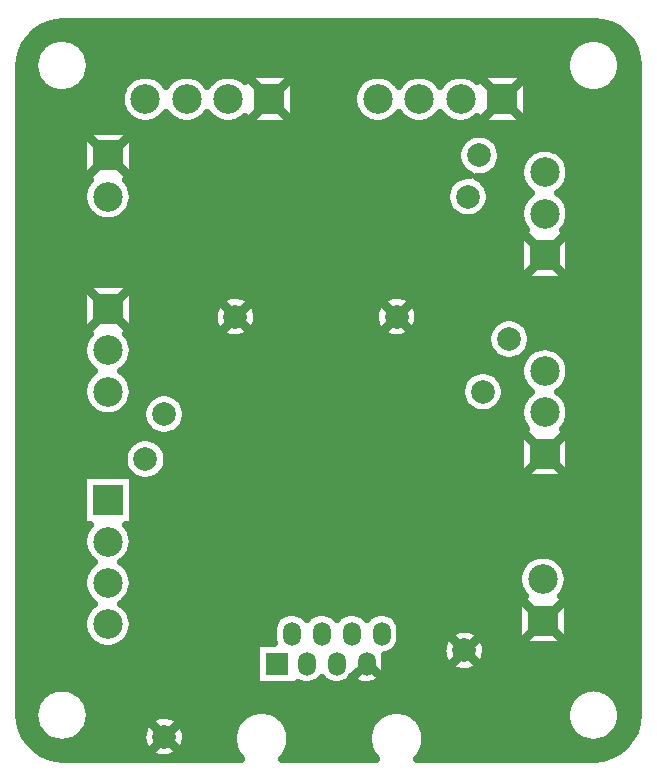
<source format=gbl>
G04 DipTrace 3.3.1.1*
G04 Adapterboard.gbl*
%MOIN*%
G04 #@! TF.FileFunction,Copper,L2,Bot*
G04 #@! TF.Part,Single*
G04 #@! TA.AperFunction,CopperBalancing*
%ADD16C,0.025*%
%ADD20C,0.03*%
G04 #@! TA.AperFunction,ComponentPad*
%ADD23O,0.059055X0.07874*%
%ADD24R,0.074X0.074*%
%ADD25C,0.098425*%
%ADD26R,0.098425X0.098425*%
%ADD31C,0.07874*%
G04 #@! TA.AperFunction,ViaPad*
%ADD35C,0.04*%
%FSLAX26Y26*%
G04*
G70*
G90*
G75*
G01*
G04 Bottom*
%LPD*%
D35*
X687500Y1150000D3*
X1062500Y1050000D3*
X687500Y925000D3*
X600000Y1037500D3*
X1300000Y1050000D3*
X122560Y2482261D2*
D16*
X2049851D1*
X93781Y2457392D2*
X2077303D1*
X76161Y2432524D2*
X134641D1*
X259063D2*
X1906315D1*
X2030701D2*
X2094850D1*
X65360Y2407655D2*
X114079D1*
X279625D2*
X1885717D1*
X2051263D2*
X2105867D1*
X59511Y2382786D2*
X104426D1*
X289278D2*
X1876100D1*
X2060916D2*
X2111859D1*
X57538Y2357917D2*
X102201D1*
X291502D2*
X1873875D1*
X2063141D2*
X2114120D1*
X57538Y2333049D2*
X106830D1*
X286873D2*
X1878504D1*
X2058512D2*
X2114120D1*
X57538Y2308180D2*
X119569D1*
X274134D2*
X414142D1*
X535838D2*
X551938D1*
X673633D2*
X689733D1*
X973302D2*
X1189133D1*
X1310865D2*
X1326929D1*
X1448660D2*
X1464724D1*
X1748293D2*
X1891243D1*
X2045773D2*
X2114120D1*
X57538Y2283311D2*
X146554D1*
X247150D2*
X397133D1*
X973302D2*
X1172124D1*
X1748293D2*
X1918192D1*
X2018788D2*
X2114120D1*
X57538Y2258442D2*
X390531D1*
X973302D2*
X1165521D1*
X1748293D2*
X2114120D1*
X57538Y2233574D2*
X391751D1*
X973302D2*
X1166742D1*
X1748293D2*
X2114120D1*
X57538Y2208705D2*
X401188D1*
X973302D2*
X1176179D1*
X1748293D2*
X2114120D1*
X57538Y2183836D2*
X423365D1*
X526616D2*
X561160D1*
X664411D2*
X698955D1*
X973302D2*
X1198391D1*
X1301606D2*
X1336187D1*
X1439402D2*
X1473982D1*
X1748293D2*
X2114120D1*
X57538Y2158967D2*
X2114120D1*
X57538Y2134099D2*
X265115D1*
X434896D2*
X1573238D1*
X1601778D2*
X2114120D1*
X57538Y2109230D2*
X265115D1*
X434896D2*
X1529495D1*
X1645520D2*
X2114120D1*
X57538Y2084361D2*
X265115D1*
X434896D2*
X1515823D1*
X1659192D2*
X1777957D1*
X1834164D2*
X2114120D1*
X57538Y2059492D2*
X265115D1*
X434896D2*
X1512486D1*
X1662494D2*
X1740853D1*
X1871268D2*
X2114120D1*
X57538Y2034623D2*
X265115D1*
X434896D2*
X1518012D1*
X1657003D2*
X1726284D1*
X1885837D2*
X2114120D1*
X57538Y2009755D2*
X265115D1*
X434896D2*
X1535164D1*
X1639815D2*
X1721224D1*
X1890896D2*
X2114120D1*
X57538Y1984886D2*
X265115D1*
X434896D2*
X1506529D1*
X1593488D2*
X1723915D1*
X1888205D2*
X2114120D1*
X57538Y1960017D2*
X272902D1*
X427109D2*
X1483958D1*
X1616060D2*
X1735219D1*
X1876902D2*
X2114120D1*
X57538Y1935148D2*
X265725D1*
X434286D2*
X1475668D1*
X1624349D2*
X1755457D1*
X1856663D2*
X2114120D1*
X57538Y1910280D2*
X266407D1*
X433568D2*
X1476458D1*
X1623559D2*
X1732671D1*
X1879449D2*
X2114120D1*
X57538Y1885411D2*
X275235D1*
X424776D2*
X1486685D1*
X1613296D2*
X1722982D1*
X1889138D2*
X2114120D1*
X57538Y1860542D2*
X296155D1*
X403820D2*
X1514172D1*
X1585809D2*
X1721511D1*
X1890609D2*
X2114120D1*
X57538Y1835673D2*
X1727863D1*
X1884258D2*
X2114120D1*
X57538Y1810805D2*
X1721152D1*
X1890968D2*
X2114120D1*
X57538Y1785936D2*
X1721152D1*
X1890968D2*
X2114120D1*
X57538Y1761067D2*
X1721152D1*
X1890968D2*
X2114120D1*
X57538Y1736198D2*
X1721152D1*
X1890968D2*
X2114120D1*
X57538Y1711329D2*
X1721152D1*
X1890968D2*
X2114120D1*
X57538Y1686461D2*
X1721152D1*
X1890968D2*
X2114120D1*
X57538Y1661592D2*
X1721152D1*
X1890968D2*
X2114120D1*
X57538Y1636723D2*
X2114120D1*
X57538Y1611854D2*
X265115D1*
X434896D2*
X2114120D1*
X57538Y1586986D2*
X265115D1*
X434896D2*
X734768D1*
X815232D2*
X1272277D1*
X1352705D2*
X2114120D1*
X57538Y1562117D2*
X265115D1*
X434896D2*
X710151D1*
X839849D2*
X1247660D1*
X1377358D2*
X2114120D1*
X57538Y1537248D2*
X265115D1*
X434896D2*
X700965D1*
X849035D2*
X1238474D1*
X1386508D2*
X2114120D1*
X57538Y1512379D2*
X265115D1*
X434896D2*
X701037D1*
X848963D2*
X1238546D1*
X1386437D2*
X1647948D1*
X1727049D2*
X2114120D1*
X57538Y1487511D2*
X265115D1*
X434896D2*
X710366D1*
X839633D2*
X1247876D1*
X1377143D2*
X1622901D1*
X1752096D2*
X2114120D1*
X57538Y1462642D2*
X281873D1*
X418102D2*
X735414D1*
X814586D2*
X1272887D1*
X1352095D2*
X1613536D1*
X1761462D2*
X2114120D1*
X57538Y1437773D2*
X268991D1*
X431020D2*
X1613464D1*
X1761534D2*
X2114120D1*
X57538Y1412904D2*
X265080D1*
X434896D2*
X1622650D1*
X1853146D2*
X2114120D1*
X57538Y1388036D2*
X268919D1*
X431092D2*
X1647231D1*
X1877978D2*
X2114120D1*
X57538Y1363167D2*
X281730D1*
X418281D2*
X1723521D1*
X1888600D2*
X2114120D1*
X57538Y1338298D2*
X294756D1*
X405255D2*
X1562042D1*
X1637985D2*
X1721332D1*
X1890789D2*
X2114120D1*
X57538Y1313429D2*
X274625D1*
X425386D2*
X1535954D1*
X1664037D2*
X1726894D1*
X1885227D2*
X2114120D1*
X57538Y1288560D2*
X266228D1*
X433783D2*
X1526229D1*
X1673797D2*
X1742252D1*
X1869868D2*
X2114120D1*
X57538Y1263692D2*
X265869D1*
X434106D2*
X500229D1*
X574772D2*
X1525835D1*
X1674156D2*
X1744908D1*
X1867213D2*
X2114120D1*
X57538Y1238823D2*
X273476D1*
X426535D2*
X473710D1*
X601291D2*
X1534590D1*
X1665400D2*
X1728042D1*
X1884078D2*
X2114120D1*
X57538Y1213954D2*
X292136D1*
X407839D2*
X463806D1*
X611195D2*
X1558274D1*
X1641717D2*
X1721547D1*
X1890574D2*
X2114120D1*
X57538Y1189085D2*
X463268D1*
X611733D2*
X1722875D1*
X1889246D2*
X2114120D1*
X57538Y1164217D2*
X471880D1*
X603121D2*
X1732420D1*
X1879701D2*
X2114120D1*
X57538Y1139348D2*
X495169D1*
X579832D2*
X1721152D1*
X1890968D2*
X2114120D1*
X57538Y1114479D2*
X439226D1*
X510791D2*
X1721152D1*
X1890968D2*
X2114120D1*
X57538Y1089610D2*
X411702D1*
X538278D2*
X1721152D1*
X1890968D2*
X2114120D1*
X57538Y1064742D2*
X401439D1*
X548541D2*
X1721152D1*
X1890968D2*
X2114120D1*
X57538Y1039873D2*
X400650D1*
X549366D2*
X1721152D1*
X1890968D2*
X2114120D1*
X57538Y1015004D2*
X408939D1*
X541077D2*
X1721152D1*
X1890968D2*
X2114120D1*
X57538Y990135D2*
X265115D1*
X518506D2*
X1721152D1*
X1890968D2*
X2114120D1*
X57538Y965267D2*
X265115D1*
X434896D2*
X2114120D1*
X57538Y940398D2*
X265115D1*
X434896D2*
X2114120D1*
X57538Y915529D2*
X265115D1*
X434896D2*
X2114120D1*
X57538Y890660D2*
X265115D1*
X434896D2*
X2114120D1*
X57538Y865791D2*
X265115D1*
X434896D2*
X2114120D1*
X57538Y840923D2*
X265115D1*
X434896D2*
X2114120D1*
X57538Y816054D2*
X275701D1*
X424274D2*
X2114120D1*
X57538Y791185D2*
X266587D1*
X433424D2*
X2114120D1*
X57538Y766316D2*
X265618D1*
X434393D2*
X2114120D1*
X57538Y741448D2*
X272508D1*
X427503D2*
X2114120D1*
X57538Y716579D2*
X289983D1*
X410028D2*
X1748962D1*
X1851065D2*
X2114120D1*
X57538Y691710D2*
X285175D1*
X414800D2*
X1726427D1*
X1873564D2*
X2114120D1*
X57538Y666841D2*
X270390D1*
X429621D2*
X1716846D1*
X1883146D2*
X2114120D1*
X57538Y641973D2*
X265187D1*
X434788D2*
X1715482D1*
X1884509D2*
X2114120D1*
X57538Y617104D2*
X267735D1*
X432276D2*
X1721942D1*
X1878050D2*
X2114120D1*
X57538Y592235D2*
X278823D1*
X421152D2*
X1715088D1*
X1884904D2*
X2114120D1*
X57538Y567366D2*
X300031D1*
X399944D2*
X1715088D1*
X1884904D2*
X2114120D1*
X57538Y542497D2*
X276885D1*
X423090D2*
X1715088D1*
X1884904D2*
X2114120D1*
X57538Y517629D2*
X267017D1*
X432994D2*
X910815D1*
X1313915D2*
X1715088D1*
X1884904D2*
X2114120D1*
X57538Y492760D2*
X265403D1*
X434573D2*
X898794D1*
X1325936D2*
X1715088D1*
X1884904D2*
X2114120D1*
X57538Y467891D2*
X271610D1*
X428401D2*
X897144D1*
X1327587D2*
X1488120D1*
X1586886D2*
X1715088D1*
X1884904D2*
X2114120D1*
X57538Y443022D2*
X287974D1*
X412037D2*
X899189D1*
X1325541D2*
X1469173D1*
X1605833D2*
X1715088D1*
X1884904D2*
X2114120D1*
X57538Y418154D2*
X337924D1*
X362051D2*
X839693D1*
X1312587D2*
X1462678D1*
X1612328D2*
X2114120D1*
X57538Y393285D2*
X839693D1*
X1275842D2*
X1465047D1*
X1609959D2*
X2114120D1*
X57538Y368416D2*
X839693D1*
X1277600D2*
X1477355D1*
X1597651D2*
X2114120D1*
X57538Y343547D2*
X839693D1*
X1275698D2*
X1512414D1*
X1562592D2*
X2114120D1*
X57538Y318679D2*
X839693D1*
X1263031D2*
X2114120D1*
X57538Y293810D2*
X2114120D1*
X57538Y268941D2*
X136794D1*
X256910D2*
X1908468D1*
X2028548D2*
X2114120D1*
X57538Y244072D2*
X115120D1*
X278584D2*
X1886758D1*
X2050258D2*
X2114120D1*
X57538Y219204D2*
X104857D1*
X288847D2*
X1876495D1*
X2060485D2*
X2114120D1*
X57932Y194335D2*
X102129D1*
X291574D2*
X513613D1*
X561387D2*
X800436D1*
X924284D2*
X1250459D1*
X1374272D2*
X1873804D1*
X2063212D2*
X2113653D1*
X60516Y169466D2*
X106256D1*
X287448D2*
X477657D1*
X597343D2*
X778188D1*
X946568D2*
X1228175D1*
X1396556D2*
X1877930D1*
X2059086D2*
X2111177D1*
X67693Y144597D2*
X118349D1*
X275355D2*
X465134D1*
X609867D2*
X767243D1*
X957513D2*
X1217231D1*
X1407501D2*
X1889987D1*
X2047029D2*
X2103821D1*
X80396Y119728D2*
X143755D1*
X249949D2*
X462622D1*
X612379D2*
X763690D1*
X961030D2*
X1213678D1*
X1411053D2*
X1915393D1*
X2021623D2*
X2091262D1*
X100455Y94860D2*
X469009D1*
X605991D2*
X766705D1*
X958051D2*
X1216692D1*
X1408039D2*
X2071812D1*
X133146Y69991D2*
X487669D1*
X587332D2*
X776932D1*
X947788D2*
X1226919D1*
X1397812D2*
X2037471D1*
X1212402Y516390D2*
X1218019Y522891D1*
X1225503Y529283D1*
X1233894Y534425D1*
X1242987Y538191D1*
X1252556Y540489D1*
X1262367Y541261D1*
X1272179Y540489D1*
X1281748Y538191D1*
X1290841Y534425D1*
X1299232Y529283D1*
X1306715Y522891D1*
X1313107Y515408D1*
X1318249Y507016D1*
X1322015Y497924D1*
X1324313Y488354D1*
X1325085Y478543D1*
X1324892Y453938D1*
X1323352Y444217D1*
X1320311Y434857D1*
X1315843Y426088D1*
X1310058Y418126D1*
X1303099Y411167D1*
X1295137Y405383D1*
X1286368Y400915D1*
X1277009Y397874D1*
X1272311Y396939D1*
X1273957Y390386D1*
X1274919Y383104D1*
X1275085Y369357D1*
X1274843Y353354D1*
X1273771Y346087D1*
X1271857Y338996D1*
X1269127Y332178D1*
X1265618Y325725D1*
X1261380Y319726D1*
X1256469Y314265D1*
X1250953Y309415D1*
X1244908Y305243D1*
X1238417Y301806D1*
X1231568Y299152D1*
X1224456Y297317D1*
X1217178Y296326D1*
X1209835Y296192D1*
X1202526Y296918D1*
X1195352Y298493D1*
X1188411Y300896D1*
X1181799Y304094D1*
X1175606Y308044D1*
X1169918Y312690D1*
X1164811Y317969D1*
X1162366Y321003D1*
X1156715Y314510D1*
X1149232Y308119D1*
X1140841Y302977D1*
X1131748Y299210D1*
X1122179Y296913D1*
X1112367Y296141D1*
X1102556Y296913D1*
X1092987Y299210D1*
X1083894Y302977D1*
X1075503Y308119D1*
X1068019Y314510D1*
X1062402Y321012D1*
X1056715Y314510D1*
X1049232Y308119D1*
X1040841Y302977D1*
X1031748Y299210D1*
X1022179Y296913D1*
X1012367Y296141D1*
X1002556Y296913D1*
X992987Y299210D1*
X983894Y302977D1*
X982568Y303719D1*
X982558Y298511D1*
X842178D1*
Y438891D1*
X902930D1*
X901383Y444217D1*
X899843Y453938D1*
X899650Y478543D1*
X900422Y488354D1*
X902720Y497924D1*
X906486Y507016D1*
X911628Y515408D1*
X918019Y522891D1*
X925503Y529283D1*
X933894Y534425D1*
X942987Y538191D1*
X952556Y540489D1*
X962367Y541261D1*
X972179Y540489D1*
X981748Y538191D1*
X990841Y534425D1*
X999232Y529283D1*
X1006715Y522891D1*
X1012333Y516390D1*
X1018019Y522891D1*
X1025503Y529283D1*
X1033894Y534425D1*
X1042987Y538191D1*
X1052556Y540489D1*
X1062367Y541261D1*
X1072179Y540489D1*
X1081748Y538191D1*
X1090841Y534425D1*
X1099232Y529283D1*
X1106715Y522891D1*
X1112333Y516390D1*
X1118019Y522891D1*
X1125503Y529283D1*
X1133894Y534425D1*
X1142987Y538191D1*
X1152556Y540489D1*
X1162367Y541261D1*
X1172179Y540489D1*
X1181748Y538191D1*
X1190841Y534425D1*
X1199232Y529283D1*
X1206715Y522891D1*
X1212333Y516390D1*
X958253Y111154D2*
X957365Y103655D1*
X955892Y96248D1*
X953842Y88979D1*
X951228Y81893D1*
X948066Y75035D1*
X944376Y68446D1*
X940180Y62166D1*
X935505Y56235D1*
X931400Y51795D1*
X1243257Y51815D1*
X1239230Y56235D1*
X1234554Y62166D1*
X1230359Y68446D1*
X1226669Y75035D1*
X1223507Y81893D1*
X1220893Y88979D1*
X1218843Y96248D1*
X1217369Y103655D1*
X1216482Y111154D1*
X1216185Y118701D1*
X1216482Y126247D1*
X1217369Y133747D1*
X1218843Y141154D1*
X1220893Y148423D1*
X1223507Y155508D1*
X1226669Y162367D1*
X1230359Y168956D1*
X1234554Y175235D1*
X1239230Y181166D1*
X1244356Y186712D1*
X1249902Y191838D1*
X1255833Y196514D1*
X1262112Y200710D1*
X1268702Y204400D1*
X1275560Y207561D1*
X1282646Y210175D1*
X1289914Y212225D1*
X1297321Y213699D1*
X1304821Y214586D1*
X1312367Y214883D1*
X1319914Y214586D1*
X1327414Y213699D1*
X1334821Y212225D1*
X1342089Y210175D1*
X1349175Y207561D1*
X1356033Y204400D1*
X1362622Y200710D1*
X1368902Y196514D1*
X1374833Y191838D1*
X1380378Y186712D1*
X1385505Y181166D1*
X1390180Y175235D1*
X1394376Y168956D1*
X1398066Y162367D1*
X1401228Y155508D1*
X1403842Y148423D1*
X1405892Y141154D1*
X1407365Y133747D1*
X1408253Y126247D1*
X1408550Y118701D1*
X1408253Y111154D1*
X1407365Y103655D1*
X1405892Y96248D1*
X1403842Y88979D1*
X1401228Y81893D1*
X1398066Y75035D1*
X1394376Y68446D1*
X1390180Y62166D1*
X1385505Y56235D1*
X1381400Y51795D1*
X1969109Y51815D1*
X1999876Y54846D1*
X2027029Y63080D1*
X2052052Y76453D1*
X2073985Y94450D1*
X2091986Y116380D1*
X2105362Y141401D1*
X2113600Y168550D1*
X2116633Y199325D1*
X2116634Y2359595D1*
X2113603Y2390373D1*
X2105369Y2417526D1*
X2091997Y2442548D1*
X2073999Y2464481D1*
X2052069Y2482481D1*
X2027049Y2495856D1*
X1999899Y2504094D1*
X1969125Y2507127D1*
X202263Y2507130D1*
X174853Y2504732D1*
X150484Y2498201D1*
X127611Y2487536D1*
X106938Y2473061D1*
X89092Y2455215D1*
X74617Y2434542D1*
X63951Y2411670D1*
X57419Y2387293D1*
X55020Y2359879D1*
Y199063D1*
X57418Y171648D1*
X63949Y147279D1*
X74614Y124406D1*
X89090Y103733D1*
X106935Y85887D1*
X127608Y71411D1*
X150480Y60745D1*
X174857Y54212D1*
X202269Y51814D1*
X793269Y51815D1*
X789230Y56235D1*
X784554Y62166D1*
X780359Y68446D1*
X776669Y75035D1*
X773507Y81893D1*
X770893Y88979D1*
X768843Y96248D1*
X767369Y103655D1*
X766482Y111154D1*
X766185Y118701D1*
X766482Y126247D1*
X767369Y133747D1*
X768843Y141154D1*
X770893Y148423D1*
X773507Y155508D1*
X776669Y162367D1*
X780359Y168956D1*
X784554Y175235D1*
X789230Y181166D1*
X794356Y186712D1*
X799902Y191838D1*
X805833Y196514D1*
X812112Y200710D1*
X818702Y204400D1*
X825560Y207561D1*
X832646Y210175D1*
X839914Y212225D1*
X847321Y213699D1*
X854821Y214586D1*
X862367Y214883D1*
X869914Y214586D1*
X877414Y213699D1*
X884821Y212225D1*
X892089Y210175D1*
X899175Y207561D1*
X906033Y204400D1*
X912622Y200710D1*
X918902Y196514D1*
X924833Y191838D1*
X930378Y186712D1*
X935505Y181166D1*
X940180Y175235D1*
X944376Y168956D1*
X948066Y162367D1*
X951228Y155508D1*
X953842Y148423D1*
X955892Y141154D1*
X957365Y133747D1*
X958253Y126247D1*
X958550Y118701D1*
X958253Y111154D1*
X432149Y1918535D2*
X431388Y1912109D1*
X430126Y1905763D1*
X428370Y1899536D1*
X426130Y1893466D1*
X423421Y1887590D1*
X420260Y1881945D1*
X416665Y1876565D1*
X412659Y1871484D1*
X408267Y1866733D1*
X403516Y1862341D1*
X398435Y1858335D1*
X393055Y1854740D1*
X387410Y1851579D1*
X381534Y1848870D1*
X375464Y1846630D1*
X369237Y1844874D1*
X362891Y1843612D1*
X356465Y1842851D1*
X350000Y1842597D1*
X343535Y1842851D1*
X337109Y1843612D1*
X330763Y1844874D1*
X324536Y1846630D1*
X318466Y1848870D1*
X312590Y1851579D1*
X306945Y1854740D1*
X301565Y1858335D1*
X296484Y1862341D1*
X291733Y1866733D1*
X287341Y1871484D1*
X283335Y1876565D1*
X279740Y1881945D1*
X276579Y1887590D1*
X273870Y1893466D1*
X271630Y1899536D1*
X269874Y1905763D1*
X268612Y1912109D1*
X267851Y1918535D1*
X267597Y1925000D1*
X267851Y1931465D1*
X268612Y1937891D1*
X269874Y1944237D1*
X271630Y1950464D1*
X273870Y1956534D1*
X276579Y1962410D1*
X279740Y1968055D1*
X283335Y1973435D1*
X289073Y1980391D1*
X267598Y1980393D1*
Y2145198D1*
X432403D1*
Y1980393D1*
X411009D1*
X416665Y1973435D1*
X420260Y1968055D1*
X423421Y1962410D1*
X426130Y1956534D1*
X428370Y1950464D1*
X430126Y1944237D1*
X431388Y1937891D1*
X432149Y1931465D1*
X432403Y1925000D1*
X432149Y1918535D1*
Y1268535D2*
X431388Y1262109D1*
X430126Y1255763D1*
X428370Y1249536D1*
X426130Y1243466D1*
X423421Y1237590D1*
X420260Y1231945D1*
X416665Y1226565D1*
X412659Y1221484D1*
X408267Y1216733D1*
X403516Y1212341D1*
X398435Y1208335D1*
X393055Y1204740D1*
X387410Y1201579D1*
X381534Y1198870D1*
X375464Y1196630D1*
X369237Y1194874D1*
X362891Y1193612D1*
X356465Y1192851D1*
X350000Y1192597D1*
X343535Y1192851D1*
X337109Y1193612D1*
X330763Y1194874D1*
X324536Y1196630D1*
X318466Y1198870D1*
X312590Y1201579D1*
X306945Y1204740D1*
X301565Y1208335D1*
X296484Y1212341D1*
X291733Y1216733D1*
X287341Y1221484D1*
X283335Y1226565D1*
X279740Y1231945D1*
X276579Y1237590D1*
X273870Y1243466D1*
X271630Y1249536D1*
X269874Y1255763D1*
X268612Y1262109D1*
X267851Y1268535D1*
X267597Y1275000D1*
X267851Y1281465D1*
X268612Y1287891D1*
X269874Y1294237D1*
X271630Y1300464D1*
X273870Y1306534D1*
X276579Y1312410D1*
X279740Y1318055D1*
X283335Y1323435D1*
X287341Y1328516D1*
X291733Y1333267D1*
X296484Y1337659D1*
X304864Y1343870D1*
X296484Y1350136D1*
X291733Y1354528D1*
X287341Y1359279D1*
X283335Y1364360D1*
X279740Y1369740D1*
X276579Y1375385D1*
X273870Y1381261D1*
X271630Y1387331D1*
X269874Y1393559D1*
X268612Y1399905D1*
X267851Y1406330D1*
X267597Y1412795D1*
X267851Y1419261D1*
X268612Y1425686D1*
X269874Y1432032D1*
X271630Y1438259D1*
X273870Y1444329D1*
X276579Y1450205D1*
X279740Y1455851D1*
X283335Y1461230D1*
X289073Y1468186D1*
X267598Y1468188D1*
Y1632993D1*
X432403D1*
Y1468188D1*
X411009D1*
X416665Y1461230D1*
X420260Y1455851D1*
X423421Y1450205D1*
X426130Y1444329D1*
X428370Y1438259D1*
X430126Y1432032D1*
X431388Y1425686D1*
X432149Y1419261D1*
X432403Y1412795D1*
X432149Y1406330D1*
X431388Y1399905D1*
X430126Y1393559D1*
X428370Y1387331D1*
X426130Y1381261D1*
X423421Y1375385D1*
X420260Y1369740D1*
X416665Y1364360D1*
X412659Y1359279D1*
X408267Y1354528D1*
X403516Y1350136D1*
X395136Y1343926D1*
X403516Y1337659D1*
X408267Y1333267D1*
X412659Y1328516D1*
X416665Y1323435D1*
X420260Y1318055D1*
X423421Y1312410D1*
X426130Y1306534D1*
X428370Y1300464D1*
X430126Y1294237D1*
X431388Y1287891D1*
X432149Y1281465D1*
X432403Y1275000D1*
X432149Y1268535D1*
X1888209Y1999577D2*
X1887448Y1993151D1*
X1886186Y1986805D1*
X1884430Y1980578D1*
X1882190Y1974508D1*
X1879482Y1968632D1*
X1876320Y1962987D1*
X1872725Y1957607D1*
X1868720Y1952526D1*
X1864328Y1947775D1*
X1859577Y1943383D1*
X1851196Y1937172D1*
X1859577Y1930906D1*
X1864328Y1926514D1*
X1868720Y1921763D1*
X1872725Y1916682D1*
X1876320Y1911302D1*
X1879482Y1905657D1*
X1882190Y1899781D1*
X1884430Y1893711D1*
X1886186Y1887483D1*
X1887448Y1881137D1*
X1888209Y1874712D1*
X1888463Y1868247D1*
X1888209Y1861781D1*
X1887448Y1855356D1*
X1886186Y1849010D1*
X1884430Y1842783D1*
X1882190Y1836713D1*
X1879482Y1830837D1*
X1876320Y1825191D1*
X1872725Y1819812D1*
X1866987Y1812856D1*
X1888463Y1812854D1*
Y1648049D1*
X1723658D1*
Y1812854D1*
X1745052D1*
X1739395Y1819812D1*
X1735801Y1825191D1*
X1732639Y1830837D1*
X1729930Y1836713D1*
X1727691Y1842783D1*
X1725935Y1849010D1*
X1724672Y1855356D1*
X1723912Y1861781D1*
X1723658Y1868247D1*
X1723912Y1874712D1*
X1724672Y1881137D1*
X1725935Y1887483D1*
X1727691Y1893711D1*
X1729930Y1899781D1*
X1732639Y1905657D1*
X1735801Y1911302D1*
X1739395Y1916682D1*
X1743401Y1921763D1*
X1747793Y1926514D1*
X1752544Y1930906D1*
X1760925Y1937116D1*
X1752544Y1943383D1*
X1747793Y1947775D1*
X1743401Y1952526D1*
X1739395Y1957607D1*
X1735801Y1962987D1*
X1732639Y1968632D1*
X1729930Y1974508D1*
X1727691Y1980578D1*
X1725935Y1986805D1*
X1724672Y1993151D1*
X1723912Y1999577D1*
X1723658Y2006042D1*
X1723912Y2012507D1*
X1724672Y2018933D1*
X1725935Y2025278D1*
X1727691Y2031506D1*
X1729930Y2037576D1*
X1732639Y2043452D1*
X1735801Y2049097D1*
X1739395Y2054477D1*
X1743401Y2059558D1*
X1747793Y2064309D1*
X1752544Y2068701D1*
X1757625Y2072707D1*
X1763005Y2076302D1*
X1768650Y2079463D1*
X1774526Y2082172D1*
X1780597Y2084412D1*
X1786824Y2086168D1*
X1793170Y2087430D1*
X1799595Y2088191D1*
X1806060Y2088445D1*
X1812526Y2088191D1*
X1818951Y2087430D1*
X1825297Y2086168D1*
X1831524Y2084412D1*
X1837594Y2082172D1*
X1843470Y2079463D1*
X1849116Y2076302D1*
X1854495Y2072707D1*
X1859577Y2068701D1*
X1864328Y2064309D1*
X1868720Y2059558D1*
X1872725Y2054477D1*
X1876320Y2049097D1*
X1879482Y2043452D1*
X1882190Y2037576D1*
X1884430Y2031506D1*
X1886186Y2025278D1*
X1887448Y2018933D1*
X1888209Y2012507D1*
X1888463Y2006042D1*
X1888209Y1999577D1*
X1882149Y643535D2*
X1881388Y637109D1*
X1880126Y630763D1*
X1878370Y624536D1*
X1876130Y618466D1*
X1873421Y612590D1*
X1870260Y606945D1*
X1866665Y601565D1*
X1860927Y594609D1*
X1882403Y594607D1*
Y429802D1*
X1717598D1*
Y594607D1*
X1738992D1*
X1733335Y601565D1*
X1729740Y606945D1*
X1726579Y612590D1*
X1723870Y618466D1*
X1721630Y624536D1*
X1719874Y630763D1*
X1718612Y637109D1*
X1717851Y643535D1*
X1717597Y650000D1*
X1717851Y656465D1*
X1718612Y662891D1*
X1719874Y669237D1*
X1721630Y675464D1*
X1723870Y681534D1*
X1726579Y687410D1*
X1729740Y693055D1*
X1733335Y698435D1*
X1737341Y703516D1*
X1741733Y708267D1*
X1746484Y712659D1*
X1751565Y716665D1*
X1756945Y720260D1*
X1762590Y723421D1*
X1768466Y726130D1*
X1774536Y728370D1*
X1780763Y730126D1*
X1787109Y731388D1*
X1793535Y732149D1*
X1800000Y732403D1*
X1806465Y732149D1*
X1812891Y731388D1*
X1819237Y730126D1*
X1825464Y728370D1*
X1831534Y726130D1*
X1837410Y723421D1*
X1843055Y720260D1*
X1848435Y716665D1*
X1853516Y712659D1*
X1858267Y708267D1*
X1862659Y703516D1*
X1866665Y698435D1*
X1870260Y693055D1*
X1873421Y687410D1*
X1876130Y681534D1*
X1878370Y675464D1*
X1880126Y669237D1*
X1881388Y662891D1*
X1882149Y656465D1*
X1882403Y650000D1*
X1882149Y643535D1*
X432149Y493535D2*
X431388Y487109D1*
X430126Y480763D1*
X428370Y474536D1*
X426130Y468466D1*
X423421Y462590D1*
X420260Y456945D1*
X416665Y451565D1*
X412659Y446484D1*
X408267Y441733D1*
X403516Y437341D1*
X398435Y433335D1*
X393055Y429740D1*
X387410Y426579D1*
X381534Y423870D1*
X375464Y421630D1*
X369237Y419874D1*
X362891Y418612D1*
X356465Y417851D1*
X350000Y417597D1*
X343535Y417851D1*
X337109Y418612D1*
X330763Y419874D1*
X324536Y421630D1*
X318466Y423870D1*
X312590Y426579D1*
X306945Y429740D1*
X301565Y433335D1*
X296484Y437341D1*
X291733Y441733D1*
X287341Y446484D1*
X283335Y451565D1*
X279740Y456945D1*
X276579Y462590D1*
X273870Y468466D1*
X271630Y474536D1*
X269874Y480763D1*
X268612Y487109D1*
X267851Y493535D1*
X267597Y500000D1*
X267851Y506465D1*
X268612Y512891D1*
X269874Y519237D1*
X271630Y525464D1*
X273870Y531534D1*
X276579Y537410D1*
X279740Y543055D1*
X283335Y548435D1*
X287341Y553516D1*
X291733Y558267D1*
X296484Y562659D1*
X304864Y568870D1*
X296484Y575136D1*
X291733Y579528D1*
X287341Y584279D1*
X283335Y589360D1*
X279740Y594740D1*
X276579Y600385D1*
X273870Y606261D1*
X271630Y612331D1*
X269874Y618559D1*
X268612Y624905D1*
X267851Y631330D1*
X267597Y637795D1*
X267851Y644261D1*
X268612Y650686D1*
X269874Y657032D1*
X271630Y663259D1*
X273870Y669329D1*
X276579Y675205D1*
X279740Y680851D1*
X283335Y686230D1*
X287341Y691311D1*
X291733Y696063D1*
X296484Y700455D1*
X304864Y706665D1*
X296484Y712931D1*
X291733Y717323D1*
X287341Y722074D1*
X283335Y727156D1*
X279740Y732535D1*
X276579Y738181D1*
X273870Y744056D1*
X271630Y750127D1*
X269874Y756354D1*
X268612Y762700D1*
X267851Y769125D1*
X267597Y775591D1*
X267851Y782056D1*
X268612Y788481D1*
X269874Y794827D1*
X271630Y801054D1*
X273870Y807125D1*
X276579Y813001D1*
X279740Y818646D1*
X283335Y824026D1*
X289073Y830981D1*
X267598Y830983D1*
Y995788D1*
X426768D1*
X419825Y1002876D1*
X413132Y1012087D1*
X407963Y1022232D1*
X404445Y1033061D1*
X402664Y1044307D1*
Y1055693D1*
X404445Y1066939D1*
X407963Y1077768D1*
X413132Y1087913D1*
X419825Y1097124D1*
X427876Y1105175D1*
X437087Y1111868D1*
X447232Y1117037D1*
X458061Y1120555D1*
X469307Y1122336D1*
X480693D1*
X491939Y1120555D1*
X502768Y1117037D1*
X512913Y1111868D1*
X522124Y1105175D1*
X530175Y1097124D1*
X536868Y1087913D1*
X542037Y1077768D1*
X545555Y1066939D1*
X547336Y1055693D1*
Y1044307D1*
X545555Y1033061D1*
X542037Y1022232D1*
X536868Y1012087D1*
X530175Y1002876D1*
X522124Y994825D1*
X512913Y988132D1*
X502768Y982963D1*
X491939Y979445D1*
X480693Y977664D1*
X469307D1*
X458061Y979445D1*
X447232Y982963D1*
X437087Y988132D1*
X432406Y991261D1*
X432403Y830983D1*
X410980D1*
X416665Y824026D1*
X420260Y818646D1*
X423421Y813001D1*
X426130Y807125D1*
X428370Y801054D1*
X430126Y794827D1*
X431388Y788481D1*
X432149Y782056D1*
X432403Y775591D1*
X432149Y769125D1*
X431388Y762700D1*
X430126Y756354D1*
X428370Y750127D1*
X426130Y744056D1*
X423421Y738181D1*
X420260Y732535D1*
X416665Y727156D1*
X412659Y722074D1*
X408267Y717323D1*
X403516Y712931D1*
X395136Y706721D1*
X403516Y700455D1*
X408267Y696063D1*
X412659Y691311D1*
X416665Y686230D1*
X420260Y680851D1*
X423421Y675205D1*
X426130Y669329D1*
X428370Y663259D1*
X430126Y657032D1*
X431388Y650686D1*
X432149Y644261D1*
X432403Y637795D1*
X432149Y631330D1*
X431388Y624905D1*
X430126Y618559D1*
X428370Y612331D1*
X426130Y606261D1*
X423421Y600385D1*
X420260Y594740D1*
X416665Y589360D1*
X412659Y584279D1*
X408267Y579528D1*
X403516Y575136D1*
X395136Y568926D1*
X403516Y562659D1*
X408267Y558267D1*
X412659Y553516D1*
X416665Y548435D1*
X420260Y543055D1*
X423421Y537410D1*
X426130Y531534D1*
X428370Y525464D1*
X430126Y519237D1*
X431388Y512891D1*
X432149Y506465D1*
X432403Y500000D1*
X432149Y493535D1*
X1318870Y2204864D2*
X1312659Y2196484D1*
X1308267Y2191733D1*
X1303516Y2187341D1*
X1298435Y2183335D1*
X1293055Y2179740D1*
X1287410Y2176579D1*
X1281534Y2173870D1*
X1275464Y2171630D1*
X1269237Y2169874D1*
X1262891Y2168612D1*
X1256465Y2167851D1*
X1250000Y2167597D1*
X1243535Y2167851D1*
X1237109Y2168612D1*
X1230763Y2169874D1*
X1224536Y2171630D1*
X1218466Y2173870D1*
X1212590Y2176579D1*
X1206945Y2179740D1*
X1201565Y2183335D1*
X1196484Y2187341D1*
X1191733Y2191733D1*
X1187341Y2196484D1*
X1183335Y2201565D1*
X1179740Y2206945D1*
X1176579Y2212590D1*
X1173870Y2218466D1*
X1171630Y2224536D1*
X1169874Y2230763D1*
X1168612Y2237109D1*
X1167851Y2243535D1*
X1167597Y2250000D1*
X1167851Y2256465D1*
X1168612Y2262891D1*
X1169874Y2269237D1*
X1171630Y2275464D1*
X1173870Y2281534D1*
X1176579Y2287410D1*
X1179740Y2293055D1*
X1183335Y2298435D1*
X1187341Y2303516D1*
X1191733Y2308267D1*
X1196484Y2312659D1*
X1201565Y2316665D1*
X1206945Y2320260D1*
X1212590Y2323421D1*
X1218466Y2326130D1*
X1224536Y2328370D1*
X1230763Y2330126D1*
X1237109Y2331388D1*
X1243535Y2332149D1*
X1250000Y2332403D1*
X1256465Y2332149D1*
X1262891Y2331388D1*
X1269237Y2330126D1*
X1275464Y2328370D1*
X1281534Y2326130D1*
X1287410Y2323421D1*
X1293055Y2320260D1*
X1298435Y2316665D1*
X1303516Y2312659D1*
X1308267Y2308267D1*
X1312659Y2303516D1*
X1318870Y2295136D1*
X1325136Y2303516D1*
X1329528Y2308267D1*
X1334279Y2312659D1*
X1339360Y2316665D1*
X1344740Y2320260D1*
X1350385Y2323421D1*
X1356261Y2326130D1*
X1362331Y2328370D1*
X1368559Y2330126D1*
X1374905Y2331388D1*
X1381330Y2332149D1*
X1387795Y2332403D1*
X1394261Y2332149D1*
X1400686Y2331388D1*
X1407032Y2330126D1*
X1413259Y2328370D1*
X1419329Y2326130D1*
X1425205Y2323421D1*
X1430851Y2320260D1*
X1436230Y2316665D1*
X1441311Y2312659D1*
X1446063Y2308267D1*
X1450455Y2303516D1*
X1456665Y2295136D1*
X1462931Y2303516D1*
X1467323Y2308267D1*
X1472074Y2312659D1*
X1477156Y2316665D1*
X1482535Y2320260D1*
X1488181Y2323421D1*
X1494056Y2326130D1*
X1500127Y2328370D1*
X1506354Y2330126D1*
X1512700Y2331388D1*
X1519125Y2332149D1*
X1525591Y2332403D1*
X1532056Y2332149D1*
X1538481Y2331388D1*
X1544827Y2330126D1*
X1551054Y2328370D1*
X1557125Y2326130D1*
X1563001Y2323421D1*
X1568646Y2320260D1*
X1574026Y2316665D1*
X1580981Y2310927D1*
X1580983Y2332402D1*
X1745789D1*
Y2167597D1*
X1580983D1*
Y2188991D1*
X1574026Y2183335D1*
X1568646Y2179740D1*
X1563001Y2176579D1*
X1557125Y2173870D1*
X1551054Y2171630D1*
X1544827Y2169874D1*
X1538481Y2168612D1*
X1532056Y2167851D1*
X1525591Y2167597D1*
X1519125Y2167851D1*
X1512700Y2168612D1*
X1506354Y2169874D1*
X1500127Y2171630D1*
X1494056Y2173870D1*
X1488181Y2176579D1*
X1482535Y2179740D1*
X1477156Y2183335D1*
X1472074Y2187341D1*
X1467323Y2191733D1*
X1462931Y2196484D1*
X1456721Y2204864D1*
X1450455Y2196484D1*
X1446063Y2191733D1*
X1441311Y2187341D1*
X1436230Y2183335D1*
X1430851Y2179740D1*
X1425205Y2176579D1*
X1419329Y2173870D1*
X1413259Y2171630D1*
X1407032Y2169874D1*
X1400686Y2168612D1*
X1394261Y2167851D1*
X1387795Y2167597D1*
X1381330Y2167851D1*
X1374905Y2168612D1*
X1368559Y2169874D1*
X1362331Y2171630D1*
X1356261Y2173870D1*
X1350385Y2176579D1*
X1344740Y2179740D1*
X1339360Y2183335D1*
X1334279Y2187341D1*
X1329528Y2191733D1*
X1325136Y2196484D1*
X1318926Y2204864D1*
X543870D2*
X537659Y2196484D1*
X533267Y2191733D1*
X528516Y2187341D1*
X523435Y2183335D1*
X518055Y2179740D1*
X512410Y2176579D1*
X506534Y2173870D1*
X500464Y2171630D1*
X494237Y2169874D1*
X487891Y2168612D1*
X481465Y2167851D1*
X475000Y2167597D1*
X468535Y2167851D1*
X462109Y2168612D1*
X455763Y2169874D1*
X449536Y2171630D1*
X443466Y2173870D1*
X437590Y2176579D1*
X431945Y2179740D1*
X426565Y2183335D1*
X421484Y2187341D1*
X416733Y2191733D1*
X412341Y2196484D1*
X408335Y2201565D1*
X404740Y2206945D1*
X401579Y2212590D1*
X398870Y2218466D1*
X396630Y2224536D1*
X394874Y2230763D1*
X393612Y2237109D1*
X392851Y2243535D1*
X392597Y2250000D1*
X392851Y2256465D1*
X393612Y2262891D1*
X394874Y2269237D1*
X396630Y2275464D1*
X398870Y2281534D1*
X401579Y2287410D1*
X404740Y2293055D1*
X408335Y2298435D1*
X412341Y2303516D1*
X416733Y2308267D1*
X421484Y2312659D1*
X426565Y2316665D1*
X431945Y2320260D1*
X437590Y2323421D1*
X443466Y2326130D1*
X449536Y2328370D1*
X455763Y2330126D1*
X462109Y2331388D1*
X468535Y2332149D1*
X475000Y2332403D1*
X481465Y2332149D1*
X487891Y2331388D1*
X494237Y2330126D1*
X500464Y2328370D1*
X506534Y2326130D1*
X512410Y2323421D1*
X518055Y2320260D1*
X523435Y2316665D1*
X528516Y2312659D1*
X533267Y2308267D1*
X537659Y2303516D1*
X543870Y2295136D1*
X550136Y2303516D1*
X554528Y2308267D1*
X559279Y2312659D1*
X564360Y2316665D1*
X569740Y2320260D1*
X575385Y2323421D1*
X581261Y2326130D1*
X587331Y2328370D1*
X593559Y2330126D1*
X599905Y2331388D1*
X606330Y2332149D1*
X612795Y2332403D1*
X619261Y2332149D1*
X625686Y2331388D1*
X632032Y2330126D1*
X638259Y2328370D1*
X644329Y2326130D1*
X650205Y2323421D1*
X655851Y2320260D1*
X661230Y2316665D1*
X666311Y2312659D1*
X671063Y2308267D1*
X675455Y2303516D1*
X681665Y2295136D1*
X687931Y2303516D1*
X692323Y2308267D1*
X697074Y2312659D1*
X702156Y2316665D1*
X707535Y2320260D1*
X713181Y2323421D1*
X719056Y2326130D1*
X725127Y2328370D1*
X731354Y2330126D1*
X737700Y2331388D1*
X744125Y2332149D1*
X750591Y2332403D1*
X757056Y2332149D1*
X763481Y2331388D1*
X769827Y2330126D1*
X776054Y2328370D1*
X782125Y2326130D1*
X788001Y2323421D1*
X793646Y2320260D1*
X799026Y2316665D1*
X805981Y2310927D1*
X805983Y2332402D1*
X970789D1*
Y2167597D1*
X805983D1*
Y2188991D1*
X799026Y2183335D1*
X793646Y2179740D1*
X788001Y2176579D1*
X782125Y2173870D1*
X776054Y2171630D1*
X769827Y2169874D1*
X763481Y2168612D1*
X757056Y2167851D1*
X750591Y2167597D1*
X744125Y2167851D1*
X737700Y2168612D1*
X731354Y2169874D1*
X725127Y2171630D1*
X719056Y2173870D1*
X713181Y2176579D1*
X707535Y2179740D1*
X702156Y2183335D1*
X697074Y2187341D1*
X692323Y2191733D1*
X687931Y2196484D1*
X681721Y2204864D1*
X675455Y2196484D1*
X671063Y2191733D1*
X666311Y2187341D1*
X661230Y2183335D1*
X655851Y2179740D1*
X650205Y2176579D1*
X644329Y2173870D1*
X638259Y2171630D1*
X632032Y2169874D1*
X625686Y2168612D1*
X619261Y2167851D1*
X612795Y2167597D1*
X606330Y2167851D1*
X599905Y2168612D1*
X593559Y2169874D1*
X587331Y2171630D1*
X581261Y2173870D1*
X575385Y2176579D1*
X569740Y2179740D1*
X564360Y2183335D1*
X559279Y2187341D1*
X554528Y2191733D1*
X550136Y2196484D1*
X543926Y2204864D1*
X1888209Y1337146D2*
X1887448Y1330721D1*
X1886186Y1324375D1*
X1884430Y1318148D1*
X1882190Y1312077D1*
X1879482Y1306202D1*
X1876320Y1300556D1*
X1872725Y1295177D1*
X1868720Y1290095D1*
X1864328Y1285344D1*
X1859577Y1280952D1*
X1851196Y1274742D1*
X1859577Y1268476D1*
X1864328Y1264084D1*
X1868720Y1259332D1*
X1872725Y1254251D1*
X1876320Y1248872D1*
X1879482Y1243226D1*
X1882190Y1237350D1*
X1884430Y1231280D1*
X1886186Y1225053D1*
X1887448Y1218707D1*
X1888209Y1212282D1*
X1888463Y1205816D1*
X1888209Y1199351D1*
X1887448Y1192926D1*
X1886186Y1186580D1*
X1884430Y1180352D1*
X1882190Y1174282D1*
X1879482Y1168406D1*
X1876320Y1162761D1*
X1872725Y1157381D1*
X1866987Y1150426D1*
X1888463Y1150423D1*
Y985618D1*
X1723658D1*
Y1150423D1*
X1745052D1*
X1739395Y1157381D1*
X1735801Y1162761D1*
X1732639Y1168406D1*
X1729930Y1174282D1*
X1727691Y1180352D1*
X1725935Y1186580D1*
X1724672Y1192926D1*
X1723912Y1199351D1*
X1723658Y1205816D1*
X1723912Y1212282D1*
X1724672Y1218707D1*
X1725935Y1225053D1*
X1727691Y1231280D1*
X1729930Y1237350D1*
X1732639Y1243226D1*
X1735801Y1248872D1*
X1739395Y1254251D1*
X1743401Y1259332D1*
X1747793Y1264084D1*
X1752544Y1268476D1*
X1760925Y1274686D1*
X1752544Y1280952D1*
X1747793Y1285344D1*
X1743401Y1290095D1*
X1739395Y1295177D1*
X1735801Y1300556D1*
X1732639Y1306202D1*
X1729930Y1312077D1*
X1727691Y1318148D1*
X1725935Y1324375D1*
X1724672Y1330721D1*
X1723912Y1337146D1*
X1723658Y1343612D1*
X1723912Y1350077D1*
X1724672Y1356502D1*
X1725935Y1362848D1*
X1727691Y1369075D1*
X1729930Y1375146D1*
X1732639Y1381022D1*
X1735801Y1386667D1*
X1739395Y1392047D1*
X1743401Y1397128D1*
X1747793Y1401879D1*
X1752544Y1406271D1*
X1757625Y1410277D1*
X1763005Y1413871D1*
X1768650Y1417033D1*
X1774526Y1419742D1*
X1780597Y1421981D1*
X1786824Y1423737D1*
X1793170Y1425000D1*
X1799595Y1425760D1*
X1806060Y1426014D1*
X1812526Y1425760D1*
X1818951Y1425000D1*
X1825297Y1423737D1*
X1831524Y1421981D1*
X1837594Y1419742D1*
X1843470Y1417033D1*
X1849116Y1413871D1*
X1854495Y1410277D1*
X1859577Y1406271D1*
X1864328Y1401879D1*
X1868720Y1397128D1*
X1872725Y1392047D1*
X1876320Y1386667D1*
X1879482Y1381022D1*
X1882190Y1375146D1*
X1884430Y1369075D1*
X1886186Y1362848D1*
X1887448Y1356502D1*
X1888209Y1350077D1*
X1888463Y1343612D1*
X1888209Y1337146D1*
X1610037Y410663D2*
X1609479Y403338D1*
X1608184Y396107D1*
X1606164Y389044D1*
X1603441Y382222D1*
X1600042Y375710D1*
X1596001Y369575D1*
X1591361Y363880D1*
X1586169Y358683D1*
X1580479Y354038D1*
X1574347Y349992D1*
X1567838Y346587D1*
X1561018Y343857D1*
X1553957Y341831D1*
X1546728Y340529D1*
X1539403Y339965D1*
X1532060Y340144D1*
X1524772Y341065D1*
X1517614Y342718D1*
X1510660Y345086D1*
X1503982Y348146D1*
X1497647Y351864D1*
X1491720Y356205D1*
X1486263Y361122D1*
X1481330Y366566D1*
X1476974Y372481D1*
X1473238Y378805D1*
X1470160Y385476D1*
X1467773Y392423D1*
X1466100Y399576D1*
X1465159Y406861D1*
X1464960Y414204D1*
X1465504Y421530D1*
X1466786Y428763D1*
X1468793Y435830D1*
X1471504Y442657D1*
X1474891Y449176D1*
X1478920Y455318D1*
X1483550Y461022D1*
X1488732Y466228D1*
X1494415Y470883D1*
X1500539Y474940D1*
X1507041Y478358D1*
X1513856Y481100D1*
X1520913Y483139D1*
X1528141Y484454D1*
X1535464Y485032D1*
X1542808Y484866D1*
X1550098Y483958D1*
X1557258Y482318D1*
X1564216Y479963D1*
X1570900Y476916D1*
X1577242Y473208D1*
X1583177Y468879D1*
X1588643Y463972D1*
X1593585Y458537D1*
X1597953Y452630D1*
X1601701Y446312D1*
X1604790Y439648D1*
X1607190Y432705D1*
X1608876Y425555D1*
X1609830Y418271D1*
X1610037Y410663D1*
X609836Y1194307D2*
X608055Y1183061D1*
X604537Y1172232D1*
X599368Y1162087D1*
X592675Y1152876D1*
X584624Y1144825D1*
X575413Y1138132D1*
X565268Y1132963D1*
X554439Y1129445D1*
X543193Y1127664D1*
X531807D1*
X520561Y1129445D1*
X509732Y1132963D1*
X499587Y1138132D1*
X490376Y1144825D1*
X482325Y1152876D1*
X475632Y1162087D1*
X470463Y1172232D1*
X466945Y1183061D1*
X465164Y1194307D1*
Y1205693D1*
X466945Y1216939D1*
X470463Y1227768D1*
X475632Y1237913D1*
X482325Y1247124D1*
X490376Y1255175D1*
X499587Y1261868D1*
X509732Y1267037D1*
X520561Y1270555D1*
X531807Y1272336D1*
X543193D1*
X554439Y1270555D1*
X565268Y1267037D1*
X575413Y1261868D1*
X584624Y1255175D1*
X592675Y1247124D1*
X599368Y1237913D1*
X604537Y1227768D1*
X608055Y1216939D1*
X609836Y1205693D1*
Y1194307D1*
X1672336Y1269307D2*
X1670555Y1258061D1*
X1667037Y1247232D1*
X1661868Y1237087D1*
X1655175Y1227876D1*
X1647124Y1219825D1*
X1637913Y1213132D1*
X1627768Y1207963D1*
X1616939Y1204445D1*
X1605693Y1202664D1*
X1594307D1*
X1583061Y1204445D1*
X1572232Y1207963D1*
X1562087Y1213132D1*
X1552876Y1219825D1*
X1544825Y1227876D1*
X1538132Y1237087D1*
X1532963Y1247232D1*
X1529445Y1258061D1*
X1527664Y1269307D1*
Y1280693D1*
X1529445Y1291939D1*
X1532963Y1302768D1*
X1538132Y1312913D1*
X1544825Y1322124D1*
X1552876Y1330175D1*
X1562087Y1336868D1*
X1572232Y1342037D1*
X1583061Y1345555D1*
X1594307Y1347336D1*
X1605693D1*
X1616939Y1345555D1*
X1627768Y1342037D1*
X1637913Y1336868D1*
X1647124Y1330175D1*
X1655175Y1322124D1*
X1661868Y1312913D1*
X1667037Y1302768D1*
X1670555Y1291939D1*
X1672336Y1280693D1*
Y1269307D1*
X1759836Y1444307D2*
X1758055Y1433061D1*
X1754537Y1422232D1*
X1749368Y1412087D1*
X1742675Y1402876D1*
X1734624Y1394825D1*
X1725413Y1388132D1*
X1715268Y1382963D1*
X1704439Y1379445D1*
X1693193Y1377664D1*
X1681807D1*
X1670561Y1379445D1*
X1659732Y1382963D1*
X1649587Y1388132D1*
X1640376Y1394825D1*
X1632325Y1402876D1*
X1625632Y1412087D1*
X1620463Y1422232D1*
X1616945Y1433061D1*
X1615164Y1444307D1*
Y1455693D1*
X1616945Y1466939D1*
X1620463Y1477768D1*
X1625632Y1487913D1*
X1632325Y1497124D1*
X1640376Y1505175D1*
X1649587Y1511868D1*
X1659732Y1517037D1*
X1670561Y1520555D1*
X1681807Y1522336D1*
X1693193D1*
X1704439Y1520555D1*
X1715268Y1517037D1*
X1725413Y1511868D1*
X1734624Y1505175D1*
X1742675Y1497124D1*
X1749368Y1487913D1*
X1754537Y1477768D1*
X1758055Y1466939D1*
X1759836Y1455693D1*
Y1444307D1*
X1659836Y2056807D2*
X1658055Y2045561D1*
X1654537Y2034732D1*
X1649368Y2024587D1*
X1642675Y2015376D1*
X1634624Y2007325D1*
X1625413Y2000632D1*
X1615268Y1995463D1*
X1604439Y1991945D1*
X1593193Y1990164D1*
X1581918Y1990159D1*
X1587913Y1986868D1*
X1597124Y1980175D1*
X1605175Y1972124D1*
X1611868Y1962913D1*
X1617037Y1952768D1*
X1620555Y1941939D1*
X1622336Y1930693D1*
Y1919307D1*
X1620555Y1908061D1*
X1617037Y1897232D1*
X1611868Y1887087D1*
X1605175Y1877876D1*
X1597124Y1869825D1*
X1587913Y1863132D1*
X1577768Y1857963D1*
X1566939Y1854445D1*
X1555693Y1852664D1*
X1544307D1*
X1533061Y1854445D1*
X1522232Y1857963D1*
X1512087Y1863132D1*
X1502876Y1869825D1*
X1494825Y1877876D1*
X1488132Y1887087D1*
X1482963Y1897232D1*
X1479445Y1908061D1*
X1477664Y1919307D1*
Y1930693D1*
X1479445Y1941939D1*
X1482963Y1952768D1*
X1488132Y1962913D1*
X1494825Y1972124D1*
X1502876Y1980175D1*
X1512087Y1986868D1*
X1522232Y1992037D1*
X1533061Y1995555D1*
X1544307Y1997336D1*
X1555582Y1997341D1*
X1549587Y2000632D1*
X1540376Y2007325D1*
X1532325Y2015376D1*
X1525632Y2024587D1*
X1520463Y2034732D1*
X1516945Y2045561D1*
X1515164Y2056807D1*
Y2068193D1*
X1516945Y2079439D1*
X1520463Y2090268D1*
X1525632Y2100413D1*
X1532325Y2109624D1*
X1540376Y2117675D1*
X1549587Y2124368D1*
X1559732Y2129537D1*
X1570561Y2133055D1*
X1581807Y2134836D1*
X1593193D1*
X1604439Y2133055D1*
X1615268Y2129537D1*
X1625413Y2124368D1*
X1634624Y2117675D1*
X1642675Y2109624D1*
X1649368Y2100413D1*
X1654537Y2090268D1*
X1658055Y2079439D1*
X1659836Y2068193D1*
Y2056807D1*
X610037Y123163D2*
X609479Y115838D1*
X608184Y108607D1*
X606164Y101544D1*
X603441Y94722D1*
X600042Y88210D1*
X596001Y82075D1*
X591361Y76380D1*
X586169Y71183D1*
X580479Y66538D1*
X574347Y62492D1*
X567838Y59087D1*
X561018Y56357D1*
X553957Y54331D1*
X546728Y53029D1*
X539403Y52465D1*
X532060Y52644D1*
X524772Y53565D1*
X517614Y55218D1*
X510660Y57586D1*
X503982Y60646D1*
X497647Y64364D1*
X491720Y68705D1*
X486263Y73622D1*
X481330Y79066D1*
X476974Y84981D1*
X473238Y91305D1*
X470160Y97976D1*
X467773Y104923D1*
X466100Y112076D1*
X465159Y119361D1*
X464960Y126704D1*
X465504Y134030D1*
X466786Y141263D1*
X468793Y148330D1*
X471504Y155157D1*
X474891Y161676D1*
X478920Y167818D1*
X483550Y173522D1*
X488732Y178728D1*
X494415Y183383D1*
X500539Y187440D1*
X507041Y190858D1*
X513856Y193600D1*
X520913Y195639D1*
X528141Y196954D1*
X535464Y197532D1*
X542808Y197366D1*
X550098Y196458D1*
X557258Y194818D1*
X564216Y192463D1*
X570900Y189416D1*
X577242Y185708D1*
X583177Y181379D1*
X588643Y176472D1*
X593585Y171037D1*
X597953Y165130D1*
X601701Y158812D1*
X604790Y152148D1*
X607190Y145205D1*
X608876Y138055D1*
X609830Y130771D1*
X610037Y123163D1*
X1385037Y1523163D2*
X1384479Y1515838D1*
X1383184Y1508607D1*
X1381164Y1501544D1*
X1378441Y1494722D1*
X1375042Y1488210D1*
X1371001Y1482075D1*
X1366361Y1476380D1*
X1361169Y1471183D1*
X1355479Y1466538D1*
X1349347Y1462492D1*
X1342838Y1459087D1*
X1336018Y1456357D1*
X1328957Y1454331D1*
X1321728Y1453029D1*
X1314403Y1452465D1*
X1307060Y1452644D1*
X1299772Y1453565D1*
X1292614Y1455218D1*
X1285660Y1457586D1*
X1278982Y1460646D1*
X1272647Y1464364D1*
X1266720Y1468705D1*
X1261263Y1473622D1*
X1256330Y1479066D1*
X1251974Y1484981D1*
X1248238Y1491305D1*
X1245160Y1497976D1*
X1242773Y1504923D1*
X1241100Y1512076D1*
X1240159Y1519361D1*
X1239960Y1526704D1*
X1240504Y1534030D1*
X1241786Y1541263D1*
X1243793Y1548330D1*
X1246504Y1555157D1*
X1249891Y1561676D1*
X1253920Y1567818D1*
X1258550Y1573522D1*
X1263732Y1578728D1*
X1269415Y1583383D1*
X1275539Y1587440D1*
X1282041Y1590858D1*
X1288856Y1593600D1*
X1295913Y1595639D1*
X1303141Y1596954D1*
X1310464Y1597532D1*
X1317808Y1597366D1*
X1325098Y1596458D1*
X1332258Y1594818D1*
X1339216Y1592463D1*
X1345900Y1589416D1*
X1352242Y1585708D1*
X1358177Y1581379D1*
X1363643Y1576472D1*
X1368585Y1571037D1*
X1372953Y1565130D1*
X1376701Y1558812D1*
X1379790Y1552148D1*
X1382190Y1545205D1*
X1383876Y1538055D1*
X1384830Y1530771D1*
X1385037Y1523163D1*
X847537D2*
X846979Y1515838D1*
X845684Y1508607D1*
X843664Y1501544D1*
X840941Y1494722D1*
X837542Y1488210D1*
X833501Y1482075D1*
X828861Y1476380D1*
X823669Y1471183D1*
X817979Y1466538D1*
X811847Y1462492D1*
X805338Y1459087D1*
X798518Y1456357D1*
X791457Y1454331D1*
X784228Y1453029D1*
X776903Y1452465D1*
X769560Y1452644D1*
X762272Y1453565D1*
X755114Y1455218D1*
X748160Y1457586D1*
X741482Y1460646D1*
X735147Y1464364D1*
X729220Y1468705D1*
X723763Y1473622D1*
X718830Y1479066D1*
X714474Y1484981D1*
X710738Y1491305D1*
X707660Y1497976D1*
X705273Y1504923D1*
X703600Y1512076D1*
X702659Y1519361D1*
X702460Y1526704D1*
X703004Y1534030D1*
X704286Y1541263D1*
X706293Y1548330D1*
X709004Y1555157D1*
X712391Y1561676D1*
X716420Y1567818D1*
X721050Y1573522D1*
X726232Y1578728D1*
X731915Y1583383D1*
X738039Y1587440D1*
X744541Y1590858D1*
X751356Y1593600D1*
X758413Y1595639D1*
X765641Y1596954D1*
X772964Y1597532D1*
X780308Y1597366D1*
X787598Y1596458D1*
X794758Y1594818D1*
X801716Y1592463D1*
X808400Y1589416D1*
X814742Y1585708D1*
X820677Y1581379D1*
X826143Y1576472D1*
X831085Y1571037D1*
X835453Y1565130D1*
X839201Y1558812D1*
X842290Y1552148D1*
X844690Y1545205D1*
X846376Y1538055D1*
X847330Y1530771D1*
X847537Y1523163D1*
X288811Y2354967D2*
X287960Y2347774D1*
X286547Y2340671D1*
X284581Y2333699D1*
X282074Y2326904D1*
X279041Y2320326D1*
X275502Y2314007D1*
X271478Y2307984D1*
X266994Y2302296D1*
X262078Y2296978D1*
X256759Y2292061D1*
X251071Y2287577D1*
X245048Y2283553D1*
X238729Y2280014D1*
X232151Y2276981D1*
X225356Y2274474D1*
X218385Y2272508D1*
X211281Y2271095D1*
X204088Y2270244D1*
X196850Y2269960D1*
X189613Y2270244D1*
X182420Y2271095D1*
X175316Y2272508D1*
X168345Y2274474D1*
X161550Y2276981D1*
X154972Y2280014D1*
X148652Y2283553D1*
X142630Y2287577D1*
X136942Y2292061D1*
X131623Y2296978D1*
X126707Y2302296D1*
X122223Y2307984D1*
X118199Y2314007D1*
X114659Y2320326D1*
X111627Y2326904D1*
X109120Y2333699D1*
X107154Y2340671D1*
X105741Y2347774D1*
X104890Y2354967D1*
X104605Y2362205D1*
X104890Y2369442D1*
X105741Y2376635D1*
X107154Y2383739D1*
X109120Y2390710D1*
X111627Y2397505D1*
X114659Y2404083D1*
X118199Y2410403D1*
X122223Y2416425D1*
X126707Y2422113D1*
X131623Y2427432D1*
X136942Y2432348D1*
X142630Y2436833D1*
X148652Y2440857D1*
X154972Y2444396D1*
X161550Y2447428D1*
X168345Y2449935D1*
X175316Y2451901D1*
X182420Y2453314D1*
X189613Y2454165D1*
X196850Y2454450D1*
X204088Y2454165D1*
X211281Y2453314D1*
X218385Y2451901D1*
X225356Y2449935D1*
X232151Y2447428D1*
X238729Y2444396D1*
X245048Y2440857D1*
X251071Y2436833D1*
X256759Y2432348D1*
X262078Y2427432D1*
X266994Y2422113D1*
X271478Y2416425D1*
X275502Y2410403D1*
X279041Y2404083D1*
X282074Y2397505D1*
X284581Y2390710D1*
X286547Y2383739D1*
X287960Y2376635D1*
X288811Y2369442D1*
X289096Y2362205D1*
X288811Y2354967D1*
X2060465D2*
X2059613Y2347774D1*
X2058200Y2340671D1*
X2056234Y2333699D1*
X2053727Y2326904D1*
X2050695Y2320326D1*
X2047156Y2314007D1*
X2043132Y2307984D1*
X2038648Y2302296D1*
X2033731Y2296978D1*
X2028412Y2292061D1*
X2022724Y2287577D1*
X2016702Y2283553D1*
X2010382Y2280014D1*
X2003805Y2276981D1*
X1997009Y2274474D1*
X1990038Y2272508D1*
X1982934Y2271095D1*
X1975741Y2270244D1*
X1968504Y2269960D1*
X1961266Y2270244D1*
X1954074Y2271095D1*
X1946970Y2272508D1*
X1939999Y2274474D1*
X1933203Y2276981D1*
X1926626Y2280014D1*
X1920306Y2283553D1*
X1914284Y2287577D1*
X1908596Y2292061D1*
X1903277Y2296978D1*
X1898360Y2302296D1*
X1893876Y2307984D1*
X1889852Y2314007D1*
X1886313Y2320326D1*
X1883281Y2326904D1*
X1880774Y2333699D1*
X1878808Y2340671D1*
X1877395Y2347774D1*
X1876543Y2354967D1*
X1876259Y2362205D1*
X1876543Y2369442D1*
X1877395Y2376635D1*
X1878808Y2383739D1*
X1880774Y2390710D1*
X1883281Y2397505D1*
X1886313Y2404083D1*
X1889852Y2410403D1*
X1893876Y2416425D1*
X1898360Y2422113D1*
X1903277Y2427432D1*
X1908596Y2432348D1*
X1914284Y2436833D1*
X1920306Y2440857D1*
X1926626Y2444396D1*
X1933203Y2447428D1*
X1939999Y2449935D1*
X1946970Y2451901D1*
X1954074Y2453314D1*
X1961266Y2454165D1*
X1968504Y2454450D1*
X1975741Y2454165D1*
X1982934Y2453314D1*
X1990038Y2451901D1*
X1997009Y2449935D1*
X2003805Y2447428D1*
X2010382Y2444396D1*
X2016702Y2440857D1*
X2022724Y2436833D1*
X2028412Y2432348D1*
X2033731Y2427432D1*
X2038648Y2422113D1*
X2043132Y2416425D1*
X2047156Y2410403D1*
X2050695Y2404083D1*
X2053727Y2397505D1*
X2056234Y2390710D1*
X2058200Y2383739D1*
X2059613Y2376635D1*
X2060465Y2369442D1*
X2060749Y2362205D1*
X2060465Y2354967D1*
Y189613D2*
X2059613Y182420D1*
X2058200Y175316D1*
X2056234Y168345D1*
X2053727Y161550D1*
X2050695Y154972D1*
X2047156Y148652D1*
X2043132Y142630D1*
X2038648Y136942D1*
X2033731Y131623D1*
X2028412Y126707D1*
X2022724Y122223D1*
X2016702Y118199D1*
X2010382Y114659D1*
X2003805Y111627D1*
X1997009Y109120D1*
X1990038Y107154D1*
X1982934Y105741D1*
X1975741Y104890D1*
X1968504Y104605D1*
X1961266Y104890D1*
X1954074Y105741D1*
X1946970Y107154D1*
X1939999Y109120D1*
X1933203Y111627D1*
X1926626Y114659D1*
X1920306Y118199D1*
X1914284Y122223D1*
X1908596Y126707D1*
X1903277Y131623D1*
X1898360Y136942D1*
X1893876Y142630D1*
X1889852Y148652D1*
X1886313Y154972D1*
X1883281Y161550D1*
X1880774Y168345D1*
X1878808Y175316D1*
X1877395Y182420D1*
X1876543Y189613D1*
X1876259Y196850D1*
X1876543Y204088D1*
X1877395Y211281D1*
X1878808Y218385D1*
X1880774Y225356D1*
X1883281Y232151D1*
X1886313Y238729D1*
X1889852Y245048D1*
X1893876Y251071D1*
X1898360Y256759D1*
X1903277Y262078D1*
X1908596Y266994D1*
X1914284Y271478D1*
X1920306Y275502D1*
X1926626Y279041D1*
X1933203Y282074D1*
X1939999Y284581D1*
X1946970Y286547D1*
X1954074Y287960D1*
X1961266Y288811D1*
X1968504Y289096D1*
X1975741Y288811D1*
X1982934Y287960D1*
X1990038Y286547D1*
X1997009Y284581D1*
X2003805Y282074D1*
X2010382Y279041D1*
X2016702Y275502D1*
X2022724Y271478D1*
X2028412Y266994D1*
X2033731Y262078D1*
X2038648Y256759D1*
X2043132Y251071D1*
X2047156Y245048D1*
X2050695Y238729D1*
X2053727Y232151D1*
X2056234Y225356D1*
X2058200Y218385D1*
X2059613Y211281D1*
X2060465Y204088D1*
X2060749Y196850D1*
X2060465Y189613D1*
X288811D2*
X287960Y182420D1*
X286547Y175316D1*
X284581Y168345D1*
X282074Y161550D1*
X279041Y154972D1*
X275502Y148652D1*
X271478Y142630D1*
X266994Y136942D1*
X262078Y131623D1*
X256759Y126707D1*
X251071Y122223D1*
X245048Y118199D1*
X238729Y114659D1*
X232151Y111627D1*
X225356Y109120D1*
X218385Y107154D1*
X211281Y105741D1*
X204088Y104890D1*
X196850Y104605D1*
X189613Y104890D1*
X182420Y105741D1*
X175316Y107154D1*
X168345Y109120D1*
X161550Y111627D1*
X154972Y114659D1*
X148652Y118199D1*
X142630Y122223D1*
X136942Y126707D1*
X131623Y131623D1*
X126707Y136942D1*
X122223Y142630D1*
X118199Y148652D1*
X114659Y154972D1*
X111627Y161550D1*
X109120Y168345D1*
X107154Y175316D1*
X105741Y182420D1*
X104890Y189613D1*
X104605Y196850D1*
X104890Y204088D1*
X105741Y211281D1*
X107154Y218385D1*
X109120Y225356D1*
X111627Y232151D1*
X114659Y238729D1*
X118199Y245048D1*
X122223Y251071D1*
X126707Y256759D1*
X131623Y262078D1*
X136942Y266994D1*
X142630Y271478D1*
X148652Y275502D1*
X154972Y279041D1*
X161550Y282074D1*
X168345Y284581D1*
X175316Y286547D1*
X182420Y287960D1*
X189613Y288811D1*
X196850Y289096D1*
X204088Y288811D1*
X211281Y287960D1*
X218385Y286547D1*
X225356Y284581D1*
X232151Y282074D1*
X238729Y279041D1*
X245048Y275502D1*
X251071Y271478D1*
X256759Y266994D1*
X262078Y262078D1*
X266994Y256759D1*
X271478Y251071D1*
X275502Y245048D1*
X279041Y238729D1*
X282074Y232151D1*
X284581Y225356D1*
X286547Y218385D1*
X287960Y211281D1*
X288811Y204088D1*
X289096Y196850D1*
X288811Y189613D1*
X1212367Y368701D2*
D20*
X1264360Y323777D1*
X1212367Y368701D2*
X1160375Y323777D1*
X267623Y2145172D2*
X432377Y1980418D1*
Y2145172D2*
X267623Y1980418D1*
Y1632968D2*
X432377Y1468213D1*
Y1632968D2*
X267623Y1468213D1*
X1723683Y1812828D2*
X1888438Y1648074D1*
Y1812828D2*
X1723683Y1648074D1*
X1717623Y594582D2*
X1882377Y429827D1*
Y594582D2*
X1717623Y429827D1*
X1581009Y2332377D2*
X1745763Y2167623D1*
Y2332377D2*
X1581009Y2167623D1*
X806009Y2332377D2*
X970763Y2167623D1*
Y2332377D2*
X806009Y2167623D1*
X1723683Y1150398D2*
X1888438Y985644D1*
Y1150398D2*
X1723683Y985644D1*
X1486218Y463782D2*
X1588782Y361218D1*
Y463782D2*
X1486218Y361218D1*
X486218Y176282D2*
X588782Y73718D1*
Y176282D2*
X486218Y73718D1*
X1261218Y1576282D2*
X1363782Y1473718D1*
Y1576282D2*
X1261218Y1473718D1*
X723718Y1576282D2*
X826282Y1473718D1*
Y1576282D2*
X723718Y1473718D1*
D23*
X1262367Y468701D3*
X1212367Y368701D3*
X1162367Y468701D3*
X1062367D3*
X962367D3*
X1112367Y368701D3*
X1012367D3*
D24*
X912367D3*
D25*
X350000Y1925000D3*
D26*
Y2062795D3*
D25*
Y1275000D3*
Y1412795D3*
D26*
Y1550591D3*
D25*
X1806060Y2006042D3*
Y1868247D3*
D26*
Y1730451D3*
D25*
X1800000Y650000D3*
D26*
Y512205D3*
D25*
X350000Y500000D3*
Y637795D3*
Y775591D3*
D26*
Y913386D3*
D25*
X1250000Y2250000D3*
X1387795D3*
X1525591D3*
D26*
X1663386D3*
D25*
X475000D3*
X612795D3*
X750591D3*
D26*
X888386D3*
D25*
X1806060Y1343612D3*
Y1205816D3*
D26*
Y1068021D3*
D31*
X1537500Y412500D3*
X475000Y1050000D3*
X537500Y1200000D3*
X1600000Y1275000D3*
X1687500Y1450000D3*
X1587500Y2062500D3*
X1550000Y1925000D3*
X537500Y125000D3*
X1312500Y1525000D3*
X775000D3*
M02*

</source>
